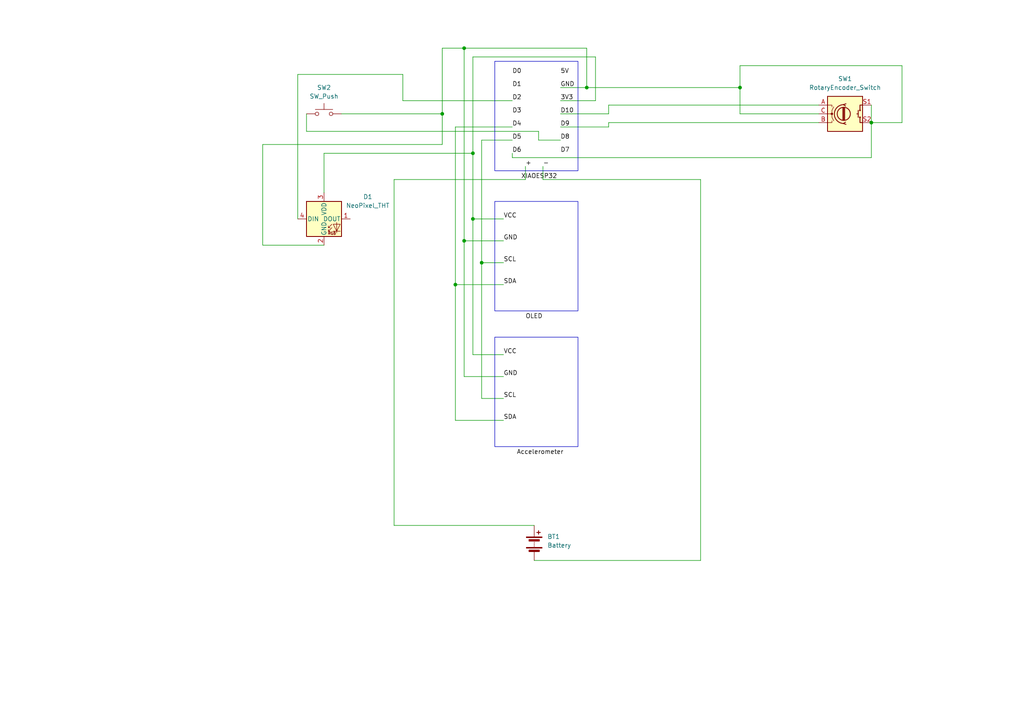
<source format=kicad_sch>
(kicad_sch (version 20250114) (generator "eeschema") (generator_version "9.0")
  (paper "A4")
  (lib_symbols
    (symbol "Device:Battery" (pin_numbers (hide yes)) (pin_names (offset 0) (hide yes))
      (property "Reference" "BT" (at 2.54 2.54 0))
      (property "Value" "Battery" (at 2.54 0 0))
      (symbol "Battery_0_1"
        (rectangle (start -2.286 1.778) (end 2.286 1.524) (fill (type outline)))
        (rectangle (start -2.286 -1.27) (end 2.286 -1.524) (fill (type outline)))
        (rectangle (start -1.524 1.016) (end 1.524 0.508) (fill (type outline)))
        (rectangle (start -1.524 -2.032) (end 1.524 -2.54) (fill (type outline)))
        (polyline (pts (xy 0 1.778) (xy 0 2.54)))
        (polyline (pts (xy 0 0) (xy 0 0.254)))
        (polyline (pts (xy 0 -0.508) (xy 0 -0.254)))
        (polyline (pts (xy 0 -1.016) (xy 0 -0.762)))
        (polyline (pts (xy 0.762 3.048) (xy 1.778 3.048)) (stroke (width 0.254)))
        (polyline (pts (xy 1.27 3.556) (xy 1.27 2.54)) (stroke (width 0.254)))
      )
      (symbol "Battery_1_1"
        (pin passive line (at 0 5.08 270) (length 2.54) (name "+") (number "1"))
        (pin passive line (at 0 -5.08 90) (length 2.54) (name "-") (number "2"))
      )
    )
    (symbol "Device:RotaryEncoder_Switch" (pin_names (offset 0.254) (hide yes))
      (property "Reference" "SW" (at 0 6.604 0))
      (property "Value" "RotaryEncoder_Switch" (at 0 -6.604 0))
      (symbol "RotaryEncoder_Switch_0_1"
        (rectangle (start -5.08 5.08) (end 5.08 -5.08) (stroke (width 0.254)) (fill (type background)))
        (polyline (pts (xy -5.08 2.54) (xy -3.81 2.54) (xy -3.81 2.032)))
        (polyline (pts (xy -5.08 0) (xy -3.81 0) (xy -3.81 -1.016) (xy -3.302 -2.032)))
        (polyline (pts (xy -5.08 -2.54) (xy -3.81 -2.54) (xy -3.81 -2.032)))
        (polyline (pts (xy -4.318 0) (xy -3.81 0) (xy -3.81 1.016) (xy -3.302 2.032)))
        (circle (center -3.81 0) (radius 0.254) (fill (type outline)))
        (polyline (pts (xy -0.635 -1.778) (xy -0.635 1.778)) (stroke (width 0.254)))
        (circle (center -0.381 0) (radius 1.905) (stroke (width 0.254)))
        (polyline (pts (xy -0.381 -1.778) (xy -0.381 1.778)) (stroke (width 0.254)))
        (arc (start -0.381 -2.794) (mid -3.0988 -0.0635) (end -0.381 2.667) (stroke (width 0.254)))
        (polyline (pts (xy -0.127 1.778) (xy -0.127 -1.778)) (stroke (width 0.254)))
        (polyline (pts (xy 0.254 2.921) (xy -0.508 2.667) (xy 0.127 2.286)) (stroke (width 0.254)))
        (polyline (pts (xy 0.254 -3.048) (xy -0.508 -2.794) (xy 0.127 -2.413)) (stroke (width 0.254)))
        (polyline (pts (xy 3.81 1.016) (xy 3.81 -1.016)) (stroke (width 0.254)))
        (polyline (pts (xy 3.81 0) (xy 3.429 0)) (stroke (width 0.254)))
        (circle (center 4.318 1.016) (radius 0.127) (stroke (width 0.254)))
        (circle (center 4.318 -1.016) (radius 0.127) (stroke (width 0.254)))
        (polyline (pts (xy 5.08 2.54) (xy 4.318 2.54) (xy 4.318 1.016)) (stroke (width 0.254)))
        (polyline (pts (xy 5.08 -2.54) (xy 4.318 -2.54) (xy 4.318 -1.016)) (stroke (width 0.254)))
      )
      (symbol "RotaryEncoder_Switch_1_1"
        (pin passive line (at -7.62 2.54 0) (length 2.54) (name "A") (number "A"))
        (pin passive line (at -7.62 0 0) (length 2.54) (name "C") (number "C"))
        (pin passive line (at -7.62 -2.54 0) (length 2.54) (name "B") (number "B"))
        (pin passive line (at 7.62 2.54 180) (length 2.54) (name "S1") (number "S1"))
        (pin passive line (at 7.62 -2.54 180) (length 2.54) (name "S2") (number "S2"))
      )
    )
    (symbol "LED:NeoPixel_THT" (pin_names (offset 0.254))
      (property "Reference" "D" (at 5.08 5.715 0))
      (property "Value" "NeoPixel_THT" (at 1.27 -5.715 0))
      (symbol "NeoPixel_THT_0_0"
        (text "RGB" (at 2.286 -4.191 0) (effects (font (size 0.762 0.762))))
      )
      (symbol "NeoPixel_THT_0_1"
        (polyline (pts (xy 1.27 -2.54) (xy 1.778 -2.54)))
        (polyline (pts (xy 1.27 -3.556) (xy 1.778 -3.556)))
        (polyline (pts (xy 2.286 -1.524) (xy 1.27 -2.54) (xy 1.27 -2.032)))
        (polyline (pts (xy 2.286 -2.54) (xy 1.27 -3.556) (xy 1.27 -3.048)))
        (polyline (pts (xy 3.683 -1.016) (xy 3.683 -3.556) (xy 3.683 -4.064)))
        (polyline (pts (xy 4.699 -1.524) (xy 2.667 -1.524) (xy 3.683 -3.556) (xy 4.699 -1.524)))
        (polyline (pts (xy 4.699 -3.556) (xy 2.667 -3.556)))
        (rectangle (start 5.08 5.08) (end -5.08 -5.08) (stroke (width 0.254)) (fill (type background)))
      )
      (symbol "NeoPixel_THT_1_1"
        (pin input line (at -7.62 0 0) (length 2.54) (name "DIN") (number "4"))
        (pin power_in line (at 0 7.62 270) (length 2.54) (name "VDD") (number "3"))
        (pin power_in line (at 0 -7.62 90) (length 2.54) (name "GND") (number "2"))
        (pin output line (at 7.62 0 180) (length 2.54) (name "DOUT") (number "1"))
      )
    )
    (symbol "Switch:SW_Push" (pin_numbers (hide yes)) (pin_names (offset 1.016) (hide yes))
      (property "Reference" "SW" (at 1.27 2.54 0))
      (property "Value" "SW_Push" (at 0 -1.524 0))
      (symbol "SW_Push_0_1"
        (circle (center -2.032 0) (radius 0.508))
        (polyline (pts (xy 0 1.27) (xy 0 3.048)))
        (circle (center 2.032 0) (radius 0.508))
        (polyline (pts (xy 2.54 1.27) (xy -2.54 1.27)))
        (pin passive line (at -5.08 0 0) (length 2.54) (name "1") (number "1"))
        (pin passive line (at 5.08 0 180) (length 2.54) (name "2") (number "2"))
      )
    )
  )
  (rectangle (start 143.51 97.79) (end 167.64 129.54))
  (rectangle (start 143.51 58.42) (end 167.64 90.17))
  (rectangle (start 143.51 17.78) (end 167.64 49.53))
  (junction (at 170.18 25.4))
  (junction (at 128.27 33.02))
  (junction (at 137.16 44.45))
  (junction (at 214.63 25.4))
  (junction (at 137.16 63.5))
  (junction (at 252.73 35.56))
  (junction (at 134.62 13.97))
  (junction (at 134.62 69.85))
  (junction (at 132.08 82.55))
  (junction (at 139.7 76.2))
  (wire (pts (xy 88.9 38.1) (xy 88.9 33.02)))
  (wire (pts (xy 154.94 162.56) (xy 203.2 162.56)))
  (wire (pts (xy 134.62 13.97) (xy 170.18 13.97)))
  (wire (pts (xy 237.49 30.48) (xy 176.53 30.48)))
  (wire (pts (xy 172.72 29.21) (xy 162.56 29.21)))
  (wire (pts (xy 148.59 45.72) (xy 148.59 44.45)))
  (wire (pts (xy 152.4 52.07) (xy 152.4 48.26)))
  (wire (pts (xy 76.2 71.12) (xy 76.2 41.91)))
  (wire (pts (xy 214.63 25.4) (xy 170.18 25.4)))
  (wire (pts (xy 237.49 33.02) (xy 214.63 33.02)))
  (wire (pts (xy 128.27 33.02) (xy 128.27 13.97)))
  (wire (pts (xy 93.98 55.88) (xy 93.98 44.45)))
  (wire (pts (xy 93.98 44.45) (xy 137.16 44.45)))
  (wire (pts (xy 132.08 82.55) (xy 146.05 82.55)))
  (wire (pts (xy 137.16 44.45) (xy 137.16 16.51)))
  (wire (pts (xy 139.7 115.57) (xy 139.7 76.2)))
  (wire (pts (xy 128.27 41.91) (xy 128.27 33.02)))
  (wire (pts (xy 170.18 25.4) (xy 162.56 25.4)))
  (wire (pts (xy 134.62 69.85) (xy 134.62 13.97)))
  (wire (pts (xy 154.94 152.4) (xy 114.3 152.4)))
  (wire (pts (xy 132.08 121.92) (xy 132.08 82.55)))
  (wire (pts (xy 156.21 40.64) (xy 156.21 38.1)))
  (wire (pts (xy 176.53 30.48) (xy 176.53 33.02)))
  (wire (pts (xy 252.73 30.48) (xy 252.73 35.56)))
  (wire (pts (xy 214.63 19.05) (xy 214.63 25.4)))
  (wire (pts (xy 99.06 33.02) (xy 128.27 33.02)))
  (wire (pts (xy 86.36 63.5) (xy 86.36 21.59)))
  (wire (pts (xy 139.7 40.64) (xy 148.59 40.64)))
  (wire (pts (xy 146.05 102.87) (xy 137.16 102.87)))
  (wire (pts (xy 146.05 109.22) (xy 134.62 109.22)))
  (wire (pts (xy 252.73 35.56) (xy 252.73 45.72)))
  (wire (pts (xy 162.56 40.64) (xy 156.21 40.64)))
  (wire (pts (xy 261.62 35.56) (xy 252.73 35.56)))
  (wire (pts (xy 137.16 63.5) (xy 137.16 44.45)))
  (wire (pts (xy 146.05 63.5) (xy 137.16 63.5)))
  (wire (pts (xy 172.72 16.51) (xy 172.72 29.21)))
  (wire (pts (xy 139.7 76.2) (xy 146.05 76.2)))
  (wire (pts (xy 156.21 38.1) (xy 88.9 38.1)))
  (wire (pts (xy 114.3 152.4) (xy 114.3 52.07)))
  (wire (pts (xy 176.53 33.02) (xy 162.56 33.02)))
  (wire (pts (xy 137.16 16.51) (xy 172.72 16.51)))
  (wire (pts (xy 132.08 36.83) (xy 148.59 36.83)))
  (wire (pts (xy 116.84 21.59) (xy 116.84 29.21)))
  (wire (pts (xy 93.98 71.12) (xy 76.2 71.12)))
  (wire (pts (xy 176.53 35.56) (xy 176.53 36.83)))
  (wire (pts (xy 137.16 102.87) (xy 137.16 63.5)))
  (wire (pts (xy 261.62 19.05) (xy 214.63 19.05)))
  (wire (pts (xy 139.7 76.2) (xy 139.7 40.64)))
  (wire (pts (xy 146.05 115.57) (xy 139.7 115.57)))
  (wire (pts (xy 86.36 21.59) (xy 116.84 21.59)))
  (wire (pts (xy 76.2 41.91) (xy 128.27 41.91)))
  (wire (pts (xy 146.05 69.85) (xy 134.62 69.85)))
  (wire (pts (xy 134.62 109.22) (xy 134.62 69.85)))
  (wire (pts (xy 203.2 162.56) (xy 203.2 52.07)))
  (wire (pts (xy 146.05 121.92) (xy 132.08 121.92)))
  (wire (pts (xy 214.63 33.02) (xy 214.63 25.4)))
  (wire (pts (xy 116.84 29.21) (xy 148.59 29.21)))
  (wire (pts (xy 237.49 35.56) (xy 176.53 35.56)))
  (wire (pts (xy 128.27 13.97) (xy 134.62 13.97)))
  (wire (pts (xy 176.53 36.83) (xy 162.56 36.83)))
  (wire (pts (xy 157.48 52.07) (xy 157.48 48.26)))
  (wire (pts (xy 170.18 13.97) (xy 170.18 25.4)))
  (wire (pts (xy 114.3 52.07) (xy 152.4 52.07)))
  (wire (pts (xy 261.62 19.05) (xy 261.62 35.56)))
  (wire (pts (xy 203.2 52.07) (xy 157.48 52.07)))
  (wire (pts (xy 132.08 82.55) (xy 132.08 36.83)))
  (wire (pts (xy 252.73 45.72) (xy 148.59 45.72)))
  (label "SDA" (at 146.05 121.92 0))
  (label "D2" (at 148.59 29.21 0))
  (label "+" (at 152.4 48.26 0))
  (label "OLED" (at 152.4 92.71 0))
  (label "D9" (at 162.56 36.83 0))
  (label "SCL" (at 146.05 76.2 0))
  (label "D5" (at 148.59 40.64 0))
  (label "D6" (at 148.59 44.45 0))
  (label "SCL" (at 146.05 115.57 0))
  (label "D0" (at 148.59 21.59 0))
  (label "Accelerometer" (at 149.86 132.08 0))
  (label "D4" (at 148.59 36.83 0))
  (label "XIAOESP32" (at 151.13 52.07 0))
  (label "SDA" (at 146.05 82.55 0))
  (label "D1" (at 148.59 25.4 0))
  (label "5V" (at 162.56 21.59 0))
  (label "-" (at 157.48 48.26 0))
  (label "D7" (at 162.56 44.45 0))
  (label "GND" (at 146.05 109.22 0))
  (label "D10" (at 162.56 33.02 0))
  (label "GND" (at 146.05 69.85 0))
  (label "VCC" (at 146.05 102.87 0))
  (label "3V3" (at 162.56 29.21 0))
  (label "VCC" (at 146.05 63.5 0))
  (label "GND" (at 162.56 25.4 0))
  (label "D8" (at 162.56 40.64 0))
  (label "D3" (at 148.59 33.02 0))
  (symbol (lib_id "LED:NeoPixel_THT") (at 93.98 63.5 0) (unit 1)
    (property "Reference" "D1" (at 106.68 57.0798 0))
    (property "Value" "NeoPixel_THT" (at 106.68 59.6198 0))
    (property "Datasheet" "https://www.adafruit.com/product/1938" (effects (hide yes)))
    (property "Description" "RGB LED with integrated controller, 5mm/8mm LED package" (effects (hide yes)))
  )
  (symbol (lib_id "Device:Battery") (at 154.94 157.48 0) (unit 1)
    (property "Reference" "BT1" (at 158.75 155.6384 0) (effects (justify left)))
    (property "Value" "Battery" (at 158.75 158.1784 0) (effects (justify left)))
    (property "Description" "Multiple-cell battery" (effects (hide yes)))
  )
  (symbol (lib_id "Switch:SW_Push") (at 93.98 33.02 0) (unit 1)
    (property "Reference" "SW2" (at 93.98 25.4 0))
    (property "Value" "SW_Push" (at 93.98 27.94 0))
    (property "Description" "Push button switch, generic, two pins" (effects (hide yes)))
  )
  (symbol (lib_id "Device:RotaryEncoder_Switch") (at 245.11 33.02 0) (unit 1)
    (property "Reference" "SW1" (at 245.11 22.86 0))
    (property "Value" "RotaryEncoder_Switch" (at 245.11 25.4 0))
    (property "Description" "Rotary encoder, dual channel, incremental quadrate outputs, with switch" (effects (hide yes)))
  )
)
</source>
